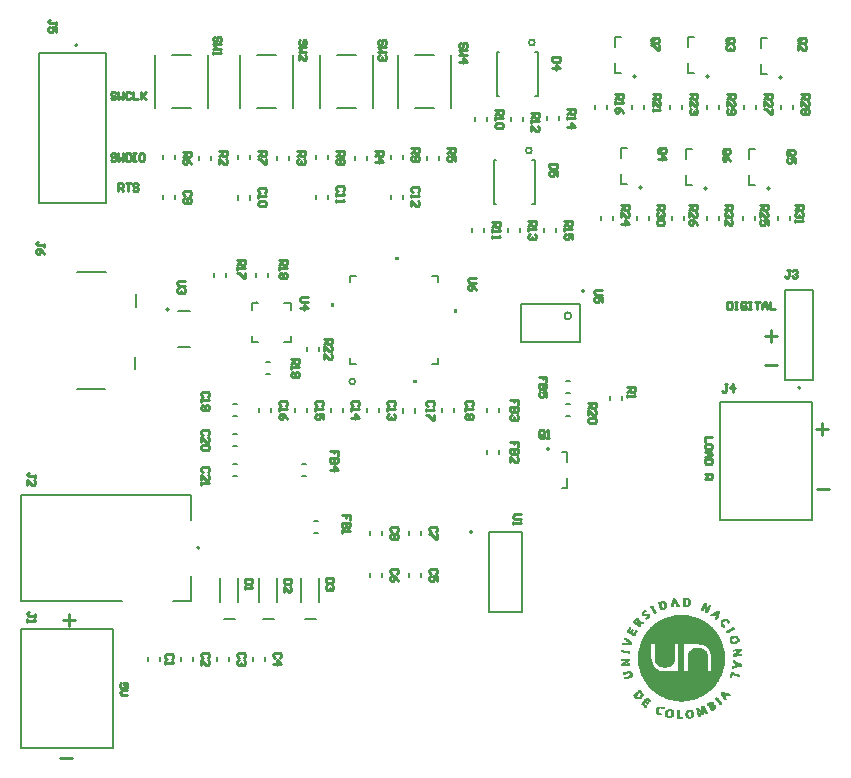
<source format=gto>
G04*
G04 #@! TF.GenerationSoftware,Altium Limited,Altium Designer,23.3.1 (30)*
G04*
G04 Layer_Color=65535*
%FSLAX44Y44*%
%MOMM*%
G71*
G04*
G04 #@! TF.SameCoordinates,313F503E-43F4-47E4-83EF-6EFAA7C5E57D*
G04*
G04*
G04 #@! TF.FilePolarity,Positive*
G04*
G01*
G75*
%ADD10C,0.1524*%
%ADD11C,0.1270*%
%ADD12C,0.2000*%
%ADD13C,0.2032*%
%ADD14C,0.1000*%
%ADD15C,0.0508*%
%ADD16C,0.2540*%
G36*
X276651Y401755D02*
Y397945D01*
X274111D01*
Y401755D01*
X276651D01*
D02*
G37*
G36*
X328255Y438359D02*
Y440899D01*
X332065D01*
Y438359D01*
X328255D01*
D02*
G37*
G36*
X343255Y336341D02*
Y333801D01*
X347065D01*
Y336341D01*
X343255D01*
D02*
G37*
G36*
X378669Y396755D02*
Y392945D01*
X381209D01*
Y396755D01*
X378669D01*
D02*
G37*
D10*
X444208Y530875D02*
G03*
X444208Y530875I-2566J0D01*
G01*
X446748Y622315D02*
G03*
X446748Y622315I-2566J0D01*
G01*
X294612Y335280D02*
G03*
X294612Y335280I-2512J0D01*
G01*
X444500Y485690D02*
X446760D01*
X444500Y522690D02*
X446760D01*
X411760D02*
X414020D01*
X411760Y485690D02*
X414020D01*
X411760D02*
Y522690D01*
X446760Y485690D02*
Y522690D01*
X447040Y577130D02*
X449300D01*
X447040Y614130D02*
X449300D01*
X414300D02*
X416560D01*
X414300Y577130D02*
X416560D01*
X414300D02*
Y614130D01*
X449300Y577130D02*
Y614130D01*
X330560Y566780D02*
Y611780D01*
X375560Y566780D02*
Y611780D01*
X345060Y566780D02*
X361060D01*
X345060Y611780D02*
X361060D01*
X264520Y566780D02*
Y611780D01*
X309520Y566780D02*
Y611780D01*
X279020Y566780D02*
X295020D01*
X279020Y611780D02*
X295020D01*
X197210Y566780D02*
Y611780D01*
X242210Y566780D02*
Y611780D01*
X211710Y566780D02*
X227710D01*
X211710Y611780D02*
X227710D01*
X124820Y566780D02*
Y611780D01*
X169820Y566780D02*
Y611780D01*
X139320Y566780D02*
X155320D01*
X139320Y611780D02*
X155320D01*
X364871Y350139D02*
Y354999D01*
X360011Y424561D02*
X364871D01*
X290449Y419701D02*
Y424561D01*
Y350139D02*
X295309D01*
X360011D02*
X364871D01*
Y419701D02*
Y424561D01*
X290449D02*
X295309D01*
X290449Y350139D02*
Y354999D01*
X11800Y25330D02*
Y125330D01*
X89800Y25330D02*
Y125330D01*
X11800Y25330D02*
X89800D01*
X11800Y125330D02*
X89800D01*
X603620Y217970D02*
X681620D01*
X603620Y317970D02*
X681620D01*
X603620Y217970D02*
Y317970D01*
X681620Y217970D02*
Y317970D01*
D11*
X393890Y207490D02*
G03*
X393890Y207490I-1250J0D01*
G01*
X532110Y593530D02*
G03*
X532110Y593530I-1250J0D01*
G01*
X537190Y499550D02*
G03*
X537190Y499550I-1250J0D01*
G01*
X645750Y498890D02*
G03*
X645750Y498890I-1250J0D01*
G01*
X592410D02*
G03*
X592410Y498890I-1250J0D01*
G01*
X655910Y592870D02*
G03*
X655910Y592870I-1250J0D01*
G01*
X594315Y593530D02*
G03*
X594315Y593530I-1250J0D01*
G01*
X163150Y194310D02*
G03*
X163150Y194310I-1250J0D01*
G01*
X477740Y390810D02*
G03*
X477740Y390810I-3000J0D01*
G01*
X488540Y412060D02*
G03*
X488540Y412060I-1250J0D01*
G01*
X459110Y278350D02*
G03*
X459110Y278350I-1250J0D01*
G01*
X454660Y461899D02*
Y465455D01*
X464820Y461899D02*
Y465455D01*
X424180Y461899D02*
Y465455D01*
X434340Y461899D02*
Y465455D01*
X393700Y461899D02*
Y465455D01*
X403860Y461899D02*
Y465455D01*
X396240Y555879D02*
Y559435D01*
X406400Y555879D02*
Y559435D01*
X457200Y556260D02*
Y559816D01*
X467360Y556260D02*
Y559816D01*
X426720Y555879D02*
Y559435D01*
X436880Y555879D02*
Y559435D01*
X249047Y148750D02*
Y168750D01*
X264040Y148750D02*
Y168750D01*
X251794Y133750D02*
X261286D01*
X213487Y148750D02*
Y168750D01*
X228480Y148750D02*
Y168750D01*
X216234Y133750D02*
X225726D01*
X180467Y148750D02*
Y168750D01*
X195460Y148750D02*
Y168750D01*
X183214Y133750D02*
X192706D01*
X407640Y140490D02*
X435640D01*
X407640Y207490D02*
X435640D01*
Y140490D02*
Y207490D01*
X407640Y140490D02*
Y207490D01*
X510540Y319278D02*
Y322834D01*
X520700Y319278D02*
Y322834D01*
X473329Y316230D02*
X476885D01*
X473329Y306070D02*
X476885D01*
X254000Y361188D02*
Y364744D01*
X264160Y361188D02*
Y364744D01*
X473075Y335280D02*
X476631D01*
X473075Y325120D02*
X476631D01*
X652780Y471805D02*
Y475361D01*
X662940Y471805D02*
Y475361D01*
X622808Y471805D02*
Y475361D01*
X632968Y471805D02*
Y475361D01*
X592836Y471805D02*
Y475361D01*
X602996Y471805D02*
Y475361D01*
X562864Y471805D02*
Y475361D01*
X573024Y471805D02*
Y475361D01*
X532892Y471805D02*
Y475361D01*
X543052Y471805D02*
Y475361D01*
X502920Y471805D02*
Y475361D01*
X513080Y471805D02*
Y475361D01*
X655320Y565785D02*
Y569341D01*
X665480Y565785D02*
Y569341D01*
X623824Y565785D02*
Y569341D01*
X633984Y565785D02*
Y569341D01*
X592328Y565785D02*
Y569341D01*
X602488Y565785D02*
Y569341D01*
X560832Y565785D02*
Y569341D01*
X570992Y565785D02*
Y569341D01*
X539496Y565785D02*
Y569341D01*
X529336Y565785D02*
Y569341D01*
X508000Y565785D02*
Y569341D01*
X497840Y565785D02*
Y569341D01*
X514360Y596030D02*
X519360D01*
X514360D02*
Y604530D01*
Y627030D02*
X519360D01*
X514360Y618530D02*
Y627030D01*
X519440Y524550D02*
Y533050D01*
X524440D01*
X519440Y502050D02*
Y510550D01*
Y502050D02*
X524440D01*
X628000Y523890D02*
Y532390D01*
X633000D01*
X628000Y501390D02*
Y509890D01*
Y501390D02*
X633000D01*
X574660Y523890D02*
Y532390D01*
X579660D01*
X574660Y501390D02*
Y509890D01*
Y501390D02*
X579660D01*
X638160Y617870D02*
Y626370D01*
X643160D01*
X638160Y595370D02*
Y603870D01*
Y595370D02*
X643160D01*
X576565Y618530D02*
Y627030D01*
X581565D01*
X576565Y596030D02*
Y604530D01*
Y596030D02*
X581565D01*
X26620Y486410D02*
X83820D01*
X26620Y613410D02*
X83820D01*
X26620Y486410D02*
Y613410D01*
X83820Y486410D02*
Y613410D01*
X271780Y489585D02*
Y493141D01*
X261620Y489585D02*
Y493141D01*
X335280Y489585D02*
Y493141D01*
X325120Y489585D02*
Y493141D01*
X205740Y489204D02*
Y492760D01*
X195580Y489204D02*
Y492760D01*
X142240Y489585D02*
Y493141D01*
X132080Y489585D02*
Y493141D01*
X335280Y523240D02*
Y526796D01*
X325120Y523240D02*
Y526796D01*
X355600Y522986D02*
Y526542D01*
X365760Y522986D02*
Y526542D01*
X294640Y522986D02*
Y526542D01*
X304800Y522986D02*
Y526542D01*
X271780Y523240D02*
Y526796D01*
X261620Y523240D02*
Y526796D01*
X162560Y522986D02*
Y526542D01*
X172720Y522986D02*
Y526542D01*
X205740Y523240D02*
Y526796D01*
X195580Y523240D02*
Y526796D01*
X228600Y522986D02*
Y526542D01*
X238760Y522986D02*
Y526542D01*
X142240Y523240D02*
Y526796D01*
X132080Y523240D02*
Y526796D01*
X259588Y217170D02*
X263144D01*
X259588Y207010D02*
X263144D01*
X317500Y205105D02*
Y208661D01*
X307340Y205105D02*
Y208661D01*
X350520Y205105D02*
Y208661D01*
X340360Y205105D02*
Y208661D01*
X317500Y169545D02*
Y173101D01*
X307340Y169545D02*
Y173101D01*
X350520Y169545D02*
Y173101D01*
X340360Y169545D02*
Y173101D01*
X119380Y98679D02*
Y102235D01*
X129540Y98679D02*
Y102235D01*
X147320Y98679D02*
Y102235D01*
X157480Y98679D02*
Y102235D01*
X208280Y98679D02*
Y102235D01*
X218440Y98679D02*
Y102235D01*
X177800Y98679D02*
Y102235D01*
X187960Y98679D02*
Y102235D01*
X155900Y149310D02*
Y170310D01*
X140400Y149310D02*
X155900D01*
X11900D02*
X97400D01*
X155900Y218310D02*
Y239310D01*
X11900Y149310D02*
Y239310D01*
X155900D01*
X416560Y273685D02*
Y277241D01*
X406400Y273685D02*
Y277241D01*
X223520Y309245D02*
Y312801D01*
X213360Y309245D02*
Y312801D01*
X254000Y309245D02*
Y312801D01*
X243840Y309245D02*
Y312801D01*
X284480Y309245D02*
Y312801D01*
X274320Y309245D02*
Y312801D01*
X314960Y309245D02*
Y312801D01*
X304800Y309245D02*
Y312801D01*
X406400Y309499D02*
Y313055D01*
X416560Y309499D02*
Y313055D01*
X378460Y309245D02*
Y312801D01*
X368300Y309245D02*
Y312801D01*
X345440Y308864D02*
Y312420D01*
X335280Y308864D02*
Y312420D01*
X249555Y255270D02*
X253111D01*
X249555Y265430D02*
X253111D01*
X191135Y255270D02*
X194691D01*
X191135Y265430D02*
X194691D01*
X191135Y280670D02*
X194691D01*
X191135Y290830D02*
X194691D01*
X191135Y306070D02*
X194691D01*
X191135Y316230D02*
X194691D01*
X434740Y368810D02*
Y400810D01*
X484740Y368810D02*
Y400810D01*
X434740Y368810D02*
X484740D01*
X434740Y400810D02*
X484740D01*
X144860Y395230D02*
X154860D01*
X144860Y364230D02*
X154860D01*
X59150Y328676D02*
X83026D01*
X107918Y345440D02*
Y355854D01*
X108680Y398526D02*
Y408940D01*
X59404Y428244D02*
X83534D01*
X219075Y351790D02*
X222631D01*
X219075Y341630D02*
X222631D01*
X210820Y423545D02*
Y427101D01*
X220980Y423545D02*
Y427101D01*
X207020Y368310D02*
X212598D01*
X207020D02*
Y373888D01*
X240020Y368310D02*
Y373888D01*
X234442Y368310D02*
X240020D01*
X234442Y401310D02*
X240020D01*
Y395732D02*
Y401310D01*
X207020Y395732D02*
Y401310D01*
X212598D01*
X175260Y423545D02*
Y427101D01*
X185420Y423545D02*
Y427101D01*
X658560Y336550D02*
X682560D01*
X658560Y412750D02*
X682560D01*
X658560Y336550D02*
Y412750D01*
X682560Y336550D02*
Y412750D01*
X474360Y244850D02*
Y253350D01*
X469360Y244850D02*
X474360D01*
Y267350D02*
Y275850D01*
X469360D02*
X474360D01*
D12*
X59420Y619910D02*
G03*
X59420Y619910I-1000J0D01*
G01*
X671560Y330050D02*
G03*
X671560Y330050I-1000J0D01*
G01*
D13*
X137140Y396240D02*
G03*
X137140Y396240I-1250J0D01*
G01*
D14*
X211320Y403310D02*
G03*
X211320Y403310I-500J0D01*
G01*
D15*
X572516Y151892D02*
X576072D01*
X576580Y149860D02*
X578104D01*
X572516Y151384D02*
X577088D01*
X572516Y150876D02*
X574040D01*
X574548D02*
X577596D01*
X572516Y150368D02*
X574040D01*
X576072D02*
X578104D01*
X572516Y149860D02*
X574040D01*
X572516Y149352D02*
X574040D01*
X576580D02*
X578104D01*
X572516Y148844D02*
X574040D01*
X576580D02*
X578104D01*
X589788Y147828D02*
X591312D01*
X593852Y146304D02*
X594868D01*
X589788Y147320D02*
X591820D01*
X589280Y146812D02*
X591820D01*
X589280Y146304D02*
X591820D01*
X588772Y145796D02*
X591820D01*
X593852D02*
X595376D01*
X588772Y145288D02*
X591820D01*
X593344D02*
X594868D01*
X588264Y144780D02*
X591820D01*
X593344D02*
X594868D01*
X563880Y151892D02*
X564896D01*
X563372Y151384D02*
X565404D01*
X563372Y150876D02*
X565404D01*
X563372Y150368D02*
X565912D01*
X562864Y149860D02*
X566420D01*
X562864Y149352D02*
X564388D01*
X564896D02*
X566420D01*
X562864Y148844D02*
X564388D01*
X564896D02*
X566928D01*
X562864Y148336D02*
X564388D01*
X565404D02*
X566928D01*
X562356Y147828D02*
X567436D01*
X562356Y147320D02*
X567436D01*
X553212Y149352D02*
X555752D01*
X551180Y147828D02*
X552704D01*
X551688Y148844D02*
X556768D01*
X551180Y148336D02*
X557276D01*
X555244Y147828D02*
X557276D01*
X551180Y147320D02*
X553212D01*
X555752D02*
X557784D01*
X551688Y146812D02*
X553212D01*
X556260D02*
X557784D01*
X551688Y146304D02*
X553212D01*
X556260D02*
X557784D01*
X551688Y145796D02*
X553720D01*
X556260D02*
X557784D01*
X572008Y146812D02*
X573532D01*
X572008Y147828D02*
X573532D01*
X572008Y147320D02*
X573532D01*
X576580D02*
X578104D01*
X576072Y146812D02*
X578104D01*
X572008Y146304D02*
X574548D01*
X575056D02*
X577596D01*
X572008Y145796D02*
X577088D01*
X572516Y145288D02*
X576072D01*
X562356Y146304D02*
X563880D01*
X562356Y146812D02*
X563880D01*
X565912D02*
X567944D01*
X566420Y146304D02*
X567944D01*
X562356Y145796D02*
X563880D01*
X566420D02*
X568452D01*
X561848Y145288D02*
X563372D01*
X566420D02*
X568452D01*
X561848Y144780D02*
X563372D01*
X544576Y145288D02*
X546100D01*
X544576Y144780D02*
X546608D01*
X552196Y145288D02*
X553720D01*
X556260D02*
X557784D01*
X552196Y144780D02*
X553720D01*
X556260D02*
X557784D01*
X544576Y144272D02*
X546608D01*
X552196D02*
X554228D01*
X555752D02*
X557784D01*
X552704Y143764D02*
X554228D01*
X555244D02*
X557276D01*
X552704Y143256D02*
X556768D01*
X552704Y142748D02*
X556260D01*
X553212Y142240D02*
X554736D01*
X572516Y148336D02*
X574040D01*
X576580D02*
X578104D01*
X576580Y147828D02*
X578104D01*
X592836Y144272D02*
X594360D01*
X588264D02*
X589788D01*
X587756Y143256D02*
X589280D01*
X590296Y144272D02*
X591820D01*
X587756Y143764D02*
X589788D01*
X590804D02*
X591820D01*
X592836D02*
X594360D01*
X590804Y143256D02*
X593852D01*
X587248Y142748D02*
X589280D01*
X590804D02*
X593852D01*
X587248Y142240D02*
X588772D01*
X590804D02*
X593852D01*
X587756Y141732D02*
X588772D01*
X590804D02*
X593344D01*
X545084Y143764D02*
X547116D01*
X546100Y142240D02*
X547624D01*
X545592Y143256D02*
X547116D01*
X545592Y142748D02*
X547624D01*
X546100Y141732D02*
X548132D01*
X546608Y141224D02*
X548640D01*
X546608Y140716D02*
X548640D01*
X547116Y140208D02*
X549148D01*
X547624Y139700D02*
X549148D01*
X547624Y139192D02*
X548640D01*
X590804Y141224D02*
X593344D01*
X590804Y140716D02*
X592836D01*
X600964Y141224D02*
X602488D01*
X599948Y140716D02*
X602996D01*
X590804Y140208D02*
X592836D01*
X598932D02*
X602488D01*
X591820Y139700D02*
X592328D01*
X598424D02*
X602488D01*
X597408Y139192D02*
X602488D01*
X596900Y138684D02*
X599440D01*
X600456D02*
X601980D01*
X595884Y138176D02*
X599948D01*
X600456D02*
X601980D01*
X539496Y141732D02*
X540004D01*
X537464Y138684D02*
X538988D01*
X538480Y141224D02*
X540512D01*
X537972Y140716D02*
X540512D01*
X537464Y140208D02*
X539496D01*
X537464Y139700D02*
X538988D01*
X537464Y139192D02*
X538480D01*
X539496Y138684D02*
X543052D01*
X537464Y138176D02*
X543052D01*
X537464Y137668D02*
X543560D01*
X542036Y137160D02*
X543560D01*
X542036Y136652D02*
X543560D01*
X542036Y136144D02*
X543560D01*
X595376Y137668D02*
X597916D01*
X564896Y137160D02*
X576072D01*
X598424Y137668D02*
X601980D01*
X595884Y137160D02*
X597408D01*
X598932D02*
X601472D01*
X562356Y136652D02*
X579120D01*
X599948D02*
X601472D01*
X560324Y136144D02*
X580644D01*
X599440D02*
X601472D01*
X558800Y135636D02*
X582676D01*
X599440D02*
X600964D01*
X557276Y135128D02*
X583692D01*
X599440D02*
X600964D01*
X541020Y135636D02*
X543052D01*
X540004Y135128D02*
X542544D01*
X540004Y134620D02*
X542036D01*
X540512Y134112D02*
X541020D01*
X551180Y132080D02*
X589788D01*
X550164Y131572D02*
X590804D01*
X604012Y132080D02*
X606044D01*
X609600D02*
X611124D01*
X604012Y131572D02*
X605536D01*
X609600D02*
X611124D01*
X549656Y131064D02*
X591312D01*
X604012D02*
X605536D01*
X610108D02*
X610616D01*
X548640Y130556D02*
X592328D01*
X604012D02*
X605536D01*
X548132Y130048D02*
X592836D01*
X604012D02*
X605536D01*
X555752Y134620D02*
X585216D01*
X554736Y134112D02*
X586232D01*
X599440Y134620D02*
X600964D01*
X599440Y134112D02*
X600456D01*
X606044D02*
X609600D01*
X553720Y133604D02*
X587248D01*
X605028D02*
X610108D01*
X552704Y133096D02*
X588264D01*
X604520D02*
X607568D01*
X608584D02*
X610616D01*
X551688Y132588D02*
X589280D01*
X604012D02*
X606552D01*
X609092D02*
X611124D01*
X532384Y134620D02*
X533908D01*
X531368Y134112D02*
X534416D01*
X530860Y133604D02*
X534924D01*
X530352Y133096D02*
X532384D01*
X532892D02*
X534924D01*
X529844Y132588D02*
X531876D01*
X533400D02*
X534924D01*
X529844Y132080D02*
X531876D01*
X533908D02*
X535940D01*
X529844Y131572D02*
X532892D01*
X533400D02*
X538480D01*
X530860Y131064D02*
X538480D01*
X531368Y130556D02*
X534416D01*
X533400Y129032D02*
X535940D01*
Y130556D02*
X537972D01*
X531876Y130048D02*
X534416D01*
X532384Y129540D02*
X535432D01*
X533908Y128524D02*
X535940D01*
X534416Y128016D02*
X535940D01*
X547624Y129540D02*
X593344D01*
X547116Y129032D02*
X593852D01*
X604012Y129540D02*
X606044D01*
X604520Y129032D02*
X606552D01*
X546100Y128524D02*
X594868D01*
X604520D02*
X607060D01*
X545592Y128016D02*
X595376D01*
X605028D02*
X607060D01*
X545084Y127508D02*
X595884D01*
X606044D02*
X606552D01*
X544576Y127000D02*
X596392D01*
X613664D02*
X614680D01*
X544068Y126492D02*
X596900D01*
X612648D02*
X615188D01*
X543052Y125476D02*
X597916D01*
X543560Y125984D02*
X597408D01*
X612140D02*
X615188D01*
X611124Y125476D02*
X614172D01*
X543052Y124968D02*
X597916D01*
X610108D02*
X613664D01*
X542544Y124460D02*
X598424D01*
X609092D02*
X612648D01*
X542036Y123952D02*
X598932D01*
X608584D02*
X611632D01*
X541528Y123444D02*
X599440D01*
X608584D02*
X611124D01*
X526288Y127000D02*
X527304D01*
X526288Y126492D02*
X527304D01*
X525780Y125984D02*
X527304D01*
X525272Y125476D02*
X527304D01*
X528828D02*
X529336D01*
X525272Y124968D02*
X526796D01*
X525272Y122936D02*
X528828D01*
X524764Y124460D02*
X526288D01*
X528320Y124968D02*
X529844D01*
X528320Y124460D02*
X529844D01*
X531368D02*
X532384D01*
X524764Y123952D02*
X527304D01*
X527812D02*
X529336D01*
X531368D02*
X532892D01*
X524764Y123444D02*
X529336D01*
X530860D02*
X532384D01*
X530860Y122936D02*
X532384D01*
X526288Y122428D02*
X529844D01*
X541020Y122936D02*
X599948D01*
X540512Y121920D02*
X600456D01*
X608584Y122936D02*
X610108D01*
X541020Y122428D02*
X599948D01*
X540004Y121412D02*
X600964D01*
X540004Y120904D02*
X600964D01*
X539496Y120396D02*
X601472D01*
X538988Y119888D02*
X601980D01*
X614172D02*
X617220D01*
X538988Y119380D02*
X601980D01*
X613156D02*
X618236D01*
X538480Y118872D02*
X602488D01*
X612140D02*
X618236D01*
X530352Y122428D02*
X531876D01*
X529336Y120904D02*
X531368D01*
X527304Y121920D02*
X531876D01*
X528320Y121412D02*
X531368D01*
X530352Y120396D02*
X530860D01*
X538480Y118364D02*
X602488D01*
X537972Y117856D02*
X602996D01*
X612140Y118364D02*
X614680D01*
X617220D02*
X618744D01*
X611632Y117856D02*
X613664D01*
X617728D02*
X618744D01*
X537972Y117348D02*
X602996D01*
X611632D02*
X613156D01*
X617728D02*
X619252D01*
X537464Y116840D02*
X603504D01*
X611632D02*
X613156D01*
X617728D02*
X619252D01*
X617728Y116332D02*
X619252D01*
X536956Y115824D02*
X604012D01*
X537464Y116332D02*
X603504D01*
X611632D02*
X613156D01*
X611632Y115824D02*
X613156D01*
X617220D02*
X619252D01*
X536956Y115316D02*
X604012D01*
X612140D02*
X613664D01*
X616204D02*
X618744D01*
X536956Y114808D02*
X604520D01*
X612140D02*
X618236D01*
X536448Y114300D02*
X604520D01*
X612648D02*
X617728D01*
X520700Y112776D02*
X524256D01*
X522224Y118364D02*
X523240D01*
X522224Y117856D02*
X524256D01*
X522224Y117348D02*
X524764D01*
X522732Y116840D02*
X525272D01*
X523748Y116332D02*
X526288D01*
X524256Y115824D02*
X526796D01*
X524764Y115316D02*
X527304D01*
X525780Y114808D02*
X528320D01*
X525272Y114300D02*
X528320D01*
X520700Y113792D02*
X528320D01*
X520700Y113284D02*
X528320D01*
X613156Y113792D02*
X617220D01*
X536448D02*
X604520D01*
X548132Y111760D02*
X564896D01*
X567944D02*
X572516D01*
X590804D02*
X605536D01*
X535940Y113284D02*
X544576D01*
X548132D02*
X564896D01*
X567944D02*
X572516D01*
X585724D02*
X605028D01*
X535940Y112776D02*
X544576D01*
X548132D02*
X564896D01*
X567944D02*
X572516D01*
X588264D02*
X605028D01*
X535940Y112268D02*
X544576D01*
X548132D02*
X564896D01*
X567944D02*
X572516D01*
X589788D02*
X605028D01*
X535432Y111760D02*
X544576D01*
X535432Y111252D02*
X544576D01*
X548132D02*
X564896D01*
X567944D02*
X572516D01*
X535432Y110744D02*
X544576D01*
X548132D02*
X564896D01*
X567944D02*
X572516D01*
X548132Y110236D02*
X564896D01*
X567944D02*
X572516D01*
X548132Y109728D02*
X564896D01*
X567944D02*
X572516D01*
X548132Y109220D02*
X564896D01*
X567944D02*
X572516D01*
X535432Y110236D02*
X544576D01*
X534924Y108712D02*
X544576D01*
X534924Y109728D02*
X544576D01*
X534924Y109220D02*
X544576D01*
X534924Y108204D02*
X544576D01*
X519684Y107696D02*
X521208D01*
X534924D02*
X544576D01*
X519684Y107188D02*
X525780D01*
X534416D02*
X544576D01*
X519684Y106680D02*
X526796D01*
X534416D02*
X544576D01*
X521208Y106172D02*
X526796D01*
X534416D02*
X544576D01*
X548132Y108712D02*
X564896D01*
X548132Y107696D02*
X564896D01*
X567944Y108712D02*
X572516D01*
X548132Y108204D02*
X564896D01*
X567944D02*
X572516D01*
X567944Y107696D02*
X572516D01*
X548132Y107188D02*
X564896D01*
X567944D02*
X572516D01*
X548132Y106680D02*
X564896D01*
X567944D02*
X572516D01*
X548132Y106172D02*
X564896D01*
X567944D02*
X572516D01*
X548132Y105664D02*
X564896D01*
X525780D02*
X526796D01*
X534416Y104648D02*
X544576D01*
X534416Y105664D02*
X544576D01*
X534416Y105156D02*
X544576D01*
X534416Y104140D02*
X544576D01*
X534416Y103632D02*
X544576D01*
X534416Y103124D02*
X544576D01*
X534416Y102616D02*
X544576D01*
X534416Y102108D02*
X544576D01*
X534416Y101600D02*
X544576D01*
X534416Y101092D02*
X544576D01*
X534416Y100584D02*
X545084D01*
X534416Y100076D02*
X545084D01*
X567944Y105664D02*
X572516D01*
X548132Y104648D02*
X564896D01*
X548132Y105156D02*
X564896D01*
X567944D02*
X572516D01*
X567944Y104648D02*
X572516D01*
X548132Y104140D02*
X564896D01*
X567944D02*
X572516D01*
X548132Y103632D02*
X564896D01*
X567944D02*
X572516D01*
X548132Y103124D02*
X564896D01*
X567944D02*
X572516D01*
X548132Y102616D02*
X564896D01*
X567944D02*
X572516D01*
X548132Y102108D02*
X564896D01*
X548132Y101600D02*
X564896D01*
X567944Y102108D02*
X572516D01*
X567944Y101600D02*
X572516D01*
X576072D02*
X592836D01*
X595884D02*
X607060D01*
X576072Y101092D02*
X592836D01*
X595884D02*
X607060D01*
X576072Y100584D02*
X592836D01*
X595884D02*
X607060D01*
X576072Y100076D02*
X592836D01*
X595884D02*
X606552D01*
X576072Y99568D02*
X592836D01*
X576072Y98044D02*
X592836D01*
X576072Y98552D02*
X592836D01*
X595884D02*
X606552D01*
X614172D02*
X616204D01*
X595884Y98044D02*
X606552D01*
X614172D02*
X617220D01*
X576072Y97536D02*
X592836D01*
X595884D02*
X606552D01*
X614680D02*
X618236D01*
X576072Y97028D02*
X592836D01*
X576072Y96012D02*
X592836D01*
X595884Y97028D02*
X606552D01*
X615696D02*
X619252D01*
X576072Y96520D02*
X592836D01*
X595884D02*
X606552D01*
X616204D02*
X620268D01*
X595884Y96012D02*
X606552D01*
X616204D02*
X617220D01*
X618236D02*
X621284D01*
X576072Y95504D02*
X592836D01*
X576072Y94996D02*
X592836D01*
X595884Y95504D02*
X606552D01*
X616204D02*
X617220D01*
X618744D02*
X621284D01*
X595884Y94996D02*
X606552D01*
X616204D02*
X621284D01*
X576072Y94488D02*
X592836D01*
X595884D02*
X606044D01*
X614172D02*
X621284D01*
X576072Y93980D02*
X592836D01*
X576072Y92964D02*
X592836D01*
X595884Y93980D02*
X606044D01*
X613664D02*
X619252D01*
X576072Y93472D02*
X592836D01*
X595884D02*
X606044D01*
X613664D02*
X616712D01*
X595884Y92964D02*
X606044D01*
X613664D02*
X614680D01*
X576072Y92456D02*
X592836D01*
X595884D02*
X605536D01*
X614680Y99060D02*
X615188D01*
X595884Y99568D02*
X606552D01*
X576072Y99060D02*
X592836D01*
X595884D02*
X606552D01*
X591820Y111252D02*
X605536D01*
X593344Y109728D02*
X606044D01*
X592328Y110744D02*
X605536D01*
X592836Y110236D02*
X605536D01*
X582676Y109728D02*
X586232D01*
X580644Y109220D02*
X587756D01*
X593852D02*
X606044D01*
X579628Y108712D02*
X588772D01*
X593852D02*
X606044D01*
X616204D02*
X621284D01*
X594360Y108204D02*
X606044D01*
X614172D02*
X621284D01*
X594868Y107696D02*
X606044D01*
X579120Y108204D02*
X589788D01*
X578104Y107188D02*
X590804D01*
X578612Y107696D02*
X590296D01*
X614172D02*
X621284D01*
X594868Y107188D02*
X606552D01*
X614172D02*
X614680D01*
X618236D02*
X620268D01*
X577596Y106680D02*
X591312D01*
X595376D02*
X606552D01*
X617220D02*
X619760D01*
X577088Y106172D02*
X591312D01*
X576580Y105156D02*
X591820D01*
X595376Y106172D02*
X606552D01*
X616712D02*
X619252D01*
X577088Y105664D02*
X591820D01*
X595376D02*
X606552D01*
X616204D02*
X618744D01*
X595884Y105156D02*
X606552D01*
X615696D02*
X617728D01*
X576580Y104648D02*
X592328D01*
X576072Y103632D02*
X592328D01*
X595884Y104648D02*
X606552D01*
X614680D02*
X617220D01*
X618744D02*
X621284D01*
X576580Y104140D02*
X592328D01*
X595884D02*
X606552D01*
X614172D02*
X621284D01*
X595884Y103632D02*
X606552D01*
X614172D02*
X621284D01*
X576072Y102108D02*
X592836D01*
X576072Y103124D02*
X592836D01*
X595884D02*
X606552D01*
X614680D02*
X617220D01*
X576072Y102616D02*
X592836D01*
X595884D02*
X606552D01*
X595884Y102108D02*
X607060D01*
X553212Y93980D02*
X559816D01*
X552196Y94488D02*
X560832D01*
X567944D02*
X572516D01*
X567944Y93980D02*
X572516D01*
X555244Y93472D02*
X557784D01*
X567944D02*
X572516D01*
X567944Y92964D02*
X572516D01*
X567944Y92456D02*
X572516D01*
X567944Y91948D02*
X572516D01*
X567944Y91440D02*
X572516D01*
X567944Y90932D02*
X572516D01*
X567944Y90424D02*
X572516D01*
X548132Y101092D02*
X564896D01*
X548132Y100076D02*
X564896D01*
X567944Y101092D02*
X572516D01*
X548132Y100584D02*
X564896D01*
X567944D02*
X572516D01*
X567944Y100076D02*
X572516D01*
X548640Y99568D02*
X564388D01*
X567944D02*
X572516D01*
X548640Y99060D02*
X564388D01*
X567944D02*
X572516D01*
X548640Y98552D02*
X564388D01*
X567944D02*
X572516D01*
X548640Y98044D02*
X563880D01*
X521208Y100584D02*
X526288D01*
X519684Y99568D02*
X526796D01*
X519684Y100076D02*
X526796D01*
X534416Y99568D02*
X545084D01*
X523240Y99060D02*
X525780D01*
X534416D02*
X545084D01*
X534416Y98552D02*
X545084D01*
X534416Y98044D02*
X545084D01*
X534416Y97536D02*
X545592D01*
X534416Y97028D02*
X545592D01*
X534416Y96520D02*
X545592D01*
X534416Y96012D02*
X546100D01*
X534416Y95504D02*
X546100D01*
X567944Y98044D02*
X572516D01*
X549656Y97028D02*
X563372D01*
X549148Y97536D02*
X563880D01*
X567944D02*
X572516D01*
X567944Y97028D02*
X572516D01*
X549656Y96520D02*
X563372D01*
X567944D02*
X572516D01*
X550164Y96012D02*
X562864D01*
X567944D02*
X572516D01*
X550672Y95504D02*
X562356D01*
X567944D02*
X572516D01*
X551180Y94996D02*
X561340D01*
X567944D02*
X572516D01*
X522732Y98552D02*
X525272D01*
X520192Y96520D02*
X522732D01*
X522224Y98044D02*
X524764D01*
X521208Y97536D02*
X523748D01*
X520700Y97028D02*
X523240D01*
X524764Y96520D02*
X526796D01*
X519684Y96012D02*
X526796D01*
X519684Y95504D02*
X526796D01*
X519684Y94996D02*
X522732D01*
X534924Y93472D02*
X547624D01*
X534924Y94996D02*
X546608D01*
X534924Y94488D02*
X547116D01*
X534924Y93980D02*
X547116D01*
X534924Y92964D02*
X548132D01*
X535432Y92456D02*
X548640D01*
X535432Y91948D02*
X549656D01*
X535432Y91440D02*
X550164D01*
X535432Y90932D02*
X551180D01*
X535940Y90424D02*
X552704D01*
X527304Y87376D02*
X528828D01*
X524764Y89916D02*
X527304D01*
X522732Y89408D02*
X528320D01*
X521208Y88900D02*
X528320D01*
X521208Y88392D02*
X524764D01*
X526796D02*
X528828D01*
X521208Y87884D02*
X523240D01*
X527304D02*
X528828D01*
X527304Y86868D02*
X528828D01*
X526796Y86360D02*
X528828D01*
X525272Y85852D02*
X528828D01*
X523748Y85344D02*
X528320D01*
X522224Y84836D02*
X527304D01*
X522224Y84328D02*
X525780D01*
X522224Y83820D02*
X523748D01*
X576072Y91948D02*
X592836D01*
X576072Y90932D02*
X592836D01*
X595884Y91948D02*
X605536D01*
X576072Y91440D02*
X592836D01*
X595884D02*
X605536D01*
X595884Y90932D02*
X605536D01*
X576072Y90424D02*
X592836D01*
X595884D02*
X605028D01*
X535940Y89916D02*
X605028D01*
X535940Y89408D02*
X605028D01*
X536448Y88900D02*
X604520D01*
X612648D02*
X614172D01*
X536448Y88392D02*
X604520D01*
X541020Y79756D02*
X599948D01*
X542544Y78232D02*
X598932D01*
X541528Y79248D02*
X599440D01*
X542036Y78740D02*
X598932D01*
X542544Y77724D02*
X598424D01*
X543052Y77216D02*
X597916D01*
X543560Y76708D02*
X597408D01*
X544068Y76200D02*
X596900D01*
X544576Y75692D02*
X596392D01*
X545084Y75184D02*
X595884D01*
X545592Y74676D02*
X595376D01*
X546100Y74168D02*
X594868D01*
X546608Y73660D02*
X594360D01*
X612648Y88392D02*
X615696D01*
X536956Y87376D02*
X604012D01*
X536448Y87884D02*
X604520D01*
X612140D02*
X617220D01*
X612140Y87376D02*
X618744D01*
X536956Y86868D02*
X604012D01*
X612140D02*
X613664D01*
X615188D02*
X619252D01*
X537464Y86360D02*
X603504D01*
X611632D02*
X613156D01*
X616712D02*
X619252D01*
X537464Y85852D02*
X603504D01*
X611632D02*
X613156D01*
X618236D02*
X619252D01*
X537972Y84836D02*
X602996D01*
X537972Y85344D02*
X602996D01*
X611632D02*
X613156D01*
X538480Y84328D02*
X602488D01*
X538480Y83820D02*
X602488D01*
X538988Y83312D02*
X601980D01*
X538988Y82804D02*
X601980D01*
X539496Y82296D02*
X601472D01*
X540004Y81788D02*
X601472D01*
X540004Y81280D02*
X600964D01*
X540512Y80772D02*
X600456D01*
X541020Y80264D02*
X600456D01*
X547624Y73152D02*
X593344D01*
X604520Y72644D02*
X606044D01*
X548132D02*
X592836D01*
X548640Y72136D02*
X592328D01*
X604012D02*
X607060D01*
X549656Y71628D02*
X591820D01*
X604012D02*
X608584D01*
X550164Y71120D02*
X590804D01*
X604012D02*
X610108D01*
X550672Y70612D02*
X590296D01*
X604520D02*
X606044D01*
X607060D02*
X611124D01*
X534416Y73660D02*
X535940D01*
X533400Y72644D02*
X536956D01*
X533908Y73152D02*
X536448D01*
X532384Y72136D02*
X534924D01*
X535432D02*
X536956D01*
X535940Y71628D02*
X537464D01*
X535940Y71120D02*
X537464D01*
X536448Y70612D02*
X537972D01*
X536448Y70104D02*
X537972D01*
X535940Y69596D02*
X537972D01*
X535940Y69088D02*
X537464D01*
X535432Y68580D02*
X537464D01*
X534416Y68072D02*
X536956D01*
X551688Y70104D02*
X589280D01*
X552704Y69596D02*
X588264D01*
X604520Y70104D02*
X606552D01*
X607060D02*
X611632D01*
X605028Y69596D02*
X608584D01*
X609600D02*
X611124D01*
X553720Y69088D02*
X587248D01*
X605028D02*
X608076D01*
X554736Y68580D02*
X586740D01*
X605536D02*
X607568D01*
X555752Y68072D02*
X585216D01*
X599948D02*
X600456D01*
X606044D02*
X607568D01*
X530352Y69088D02*
X531876D01*
X531368Y71120D02*
X533908D01*
X531876Y71628D02*
X534416D01*
X530860Y70612D02*
X533400D01*
X530352Y70104D02*
X532892D01*
X529844Y69596D02*
X532384D01*
X530860Y68580D02*
X532384D01*
X530860Y68072D02*
X533400D01*
X531368Y67564D02*
X536448D01*
X532384Y67056D02*
X535940D01*
X541020Y67564D02*
X541528D01*
X540512Y67056D02*
X542544D01*
X540004Y66548D02*
X543052D01*
X539496Y66040D02*
X543560D01*
X539496Y65532D02*
X541528D01*
X542036D02*
X544576D01*
X538988Y65024D02*
X541020D01*
X542544D02*
X544576D01*
X538480Y64516D02*
X541020D01*
X543052D02*
X544068D01*
X537972Y64008D02*
X541528D01*
X556768Y67564D02*
X584200D01*
X558292Y67056D02*
X582676D01*
X559816Y66548D02*
X581152D01*
X561340Y66040D02*
X579628D01*
X563880Y65532D02*
X577088D01*
X568452Y65024D02*
X572516D01*
X599440Y67564D02*
X600964D01*
X601472Y64516D02*
X603504D01*
X606044Y67564D02*
X608076D01*
X598932Y67056D02*
X601472D01*
X606552D02*
X608076D01*
X599440Y66548D02*
X601472D01*
X606552D02*
X608584D01*
X599948Y66040D02*
X601980D01*
X607060D02*
X608076D01*
X600456Y65532D02*
X602488D01*
X600964Y65024D02*
X602996D01*
X601472Y64008D02*
X604012D01*
X601980Y63500D02*
X604520D01*
X594360Y64008D02*
X596900D01*
X592836Y62992D02*
X597408D01*
X593852Y63500D02*
X597408D01*
X602488Y62992D02*
X604520D01*
X592328Y62484D02*
X594360D01*
X595884D02*
X597408D01*
X602996D02*
X604520D01*
X592836Y61976D02*
X594868D01*
X596392D02*
X597408D01*
X592836Y61468D02*
X594868D01*
X595884D02*
X598932D01*
X593344Y60960D02*
X599440D01*
X593852Y60452D02*
X596900D01*
X537464Y63500D02*
X542544D01*
X536956Y62484D02*
X538988D01*
X537464Y62992D02*
X539496D01*
X540512D02*
X542544D01*
X541528Y62484D02*
X542036D01*
X536956Y61976D02*
X539496D01*
X537972Y61468D02*
X540004D01*
X538480Y60960D02*
X541020D01*
X538988Y60452D02*
X541020D01*
X539496Y59944D02*
X540512D01*
X559816Y57912D02*
X561848D01*
X567436Y56896D02*
X568960D01*
X558292Y57404D02*
X562864D01*
X557784Y56896D02*
X563372D01*
X557784Y56388D02*
X559816D01*
X561848D02*
X563880D01*
X567436D02*
X568960D01*
X567436Y55880D02*
X568960D01*
X567436Y55372D02*
X568960D01*
X567436Y54864D02*
X568960D01*
X567436Y54356D02*
X568960D01*
X567436Y53848D02*
X568960D01*
X567436Y53340D02*
X568960D01*
X597916Y60452D02*
X599440D01*
X593852Y59944D02*
X595884D01*
X597916D02*
X599440D01*
X594360Y59436D02*
X596392D01*
X597916D02*
X599440D01*
X594868Y58928D02*
X596900D01*
X597408D02*
X599440D01*
X594868Y58420D02*
X598932D01*
X595376Y57912D02*
X598424D01*
X595884Y57404D02*
X597408D01*
X595884Y56896D02*
X596900D01*
X587756Y60452D02*
X589788D01*
X583692Y58928D02*
X584708D01*
X587756Y59944D02*
X589788D01*
X587756Y59436D02*
X590296D01*
X587756Y58928D02*
X590296D01*
X583184Y58420D02*
X585216D01*
X587756D02*
X590804D01*
X583184Y57912D02*
X585724D01*
X587756D02*
X590804D01*
X583692Y57404D02*
X586232D01*
X587756D02*
X591312D01*
X583692Y56896D02*
X586740D01*
X587756D02*
X589280D01*
X549148D02*
X550672D01*
X549656Y57912D02*
X551180D01*
Y59944D02*
X554736D01*
X550164Y59436D02*
X555752D01*
X550164Y58928D02*
X552196D01*
X553720D02*
X555752D01*
X549656Y58420D02*
X551688D01*
X554228D02*
X555752D01*
X549148Y57404D02*
X551180D01*
X549148Y56388D02*
X550672D01*
X549148Y55880D02*
X550672D01*
X549148Y55372D02*
X551180D01*
X549656Y54864D02*
X551688D01*
X549656Y54356D02*
X552704D01*
X550164Y53848D02*
X553720D01*
X551180Y53340D02*
X553720D01*
X589788Y56896D02*
X591312D01*
X590296Y55880D02*
X591820D01*
X583692Y56388D02*
X587248D01*
X587756D02*
X589280D01*
X589788D02*
X591820D01*
X583692Y55880D02*
X585216D01*
X585724D02*
X589280D01*
X586232Y55372D02*
X589280D01*
X590296D02*
X592328D01*
X586232Y54864D02*
X589280D01*
X590804D02*
X592328D01*
X586740Y54356D02*
X589280D01*
X590804D02*
X591820D01*
X587248Y53848D02*
X589280D01*
X587756Y53340D02*
X589280D01*
X576580Y57404D02*
X578612D01*
X575056Y56388D02*
X580136D01*
X575564Y56896D02*
X579628D01*
X578104Y55880D02*
X580136D01*
X578612Y55372D02*
X580644D01*
X579120Y54864D02*
X580644D01*
X579120Y54356D02*
X580644D01*
X579120Y53848D02*
X580644D01*
X579120Y53340D02*
X580644D01*
X579120Y52832D02*
X580644D01*
X579120Y52324D02*
X580644D01*
X578612Y51816D02*
X580136D01*
X575056Y51308D02*
X580136D01*
X575056Y50800D02*
X579628D01*
X576072Y50292D02*
X578104D01*
X557276Y54356D02*
X558800D01*
X557276Y55880D02*
X559308D01*
X557276Y55372D02*
X558800D01*
X557276Y54864D02*
X558800D01*
X557276Y53848D02*
X558800D01*
X557276Y53340D02*
X558800D01*
X557276Y52832D02*
X558800D01*
X557276Y52324D02*
X559816D01*
X562356Y53848D02*
X563880D01*
X561848Y55880D02*
X563880D01*
X562356Y55372D02*
X563880D01*
X562356Y54864D02*
X563880D01*
X562356Y54356D02*
X563880D01*
X561848Y53340D02*
X563880D01*
X561848Y52832D02*
X563372D01*
X561340Y52324D02*
X563372D01*
X584200Y53848D02*
X585724D01*
X584200Y55372D02*
X585216D01*
X584200Y54864D02*
X585724D01*
X584200Y54356D02*
X585724D01*
X584708Y53340D02*
X586232D01*
X584708Y52832D02*
X586232D01*
X584708Y52324D02*
X586232D01*
X574040Y52832D02*
X576072D01*
X574548Y55880D02*
X576072D01*
X574548Y55372D02*
X576072D01*
X574040Y54864D02*
X575564D01*
X574040Y54356D02*
X575564D01*
X574040Y53848D02*
X575564D01*
X574040Y53340D02*
X575564D01*
X574548Y52324D02*
X576072D01*
X574548Y51816D02*
X576580D01*
X557784D02*
X562864D01*
X567436Y52832D02*
X568960D01*
X567436Y52324D02*
X568960D01*
X567436Y51816D02*
X568960D01*
X558292Y51308D02*
X562356D01*
X567436D02*
X568960D01*
X567436Y50800D02*
X571500D01*
X567436Y50292D02*
X571500D01*
D16*
X471806Y471485D02*
X478154D01*
Y468311D01*
X477096Y467253D01*
X474980D01*
X473922Y468311D01*
Y471485D01*
Y469369D02*
X471806Y467253D01*
Y465137D02*
Y463021D01*
Y464079D01*
X478154D01*
X477096Y465137D01*
X478154Y455615D02*
Y459847D01*
X474980D01*
X476038Y457731D01*
Y456673D01*
X474980Y455615D01*
X472864D01*
X471806Y456673D01*
Y458789D01*
X472864Y459847D01*
X441326Y471485D02*
X447674D01*
Y468311D01*
X446616Y467253D01*
X444500D01*
X443442Y468311D01*
Y471485D01*
Y469369D02*
X441326Y467253D01*
Y465137D02*
Y463021D01*
Y464079D01*
X447674D01*
X446616Y465137D01*
Y459847D02*
X447674Y458789D01*
Y456673D01*
X446616Y455615D01*
X445558D01*
X444500Y456673D01*
Y457731D01*
Y456673D01*
X443442Y455615D01*
X442384D01*
X441326Y456673D01*
Y458789D01*
X442384Y459847D01*
X410846Y470427D02*
X417194D01*
Y467253D01*
X416136Y466195D01*
X414020D01*
X412962Y467253D01*
Y470427D01*
Y468311D02*
X410846Y466195D01*
Y464079D02*
Y461963D01*
Y463021D01*
X417194D01*
X416136Y464079D01*
X410846Y458789D02*
Y456673D01*
Y457731D01*
X417194D01*
X416136Y458789D01*
X465454Y519640D02*
X459106D01*
Y516466D01*
X460164Y515408D01*
X464396D01*
X465454Y516466D01*
Y519640D01*
Y509060D02*
Y513292D01*
X462280D01*
X463338Y511176D01*
Y510118D01*
X462280Y509060D01*
X460164D01*
X459106Y510118D01*
Y512234D01*
X460164Y513292D01*
X443866Y562925D02*
X450214D01*
Y559751D01*
X449156Y558693D01*
X447040D01*
X445982Y559751D01*
Y562925D01*
Y560809D02*
X443866Y558693D01*
Y556577D02*
Y554461D01*
Y555519D01*
X450214D01*
X449156Y556577D01*
X443866Y547055D02*
Y551287D01*
X448098Y547055D01*
X449156D01*
X450214Y548113D01*
Y550229D01*
X449156Y551287D01*
X413386Y565465D02*
X419734D01*
Y562291D01*
X418676Y561233D01*
X416560D01*
X415502Y562291D01*
Y565465D01*
Y563349D02*
X413386Y561233D01*
Y559117D02*
Y557001D01*
Y558059D01*
X419734D01*
X418676Y559117D01*
Y553827D02*
X419734Y552769D01*
Y550653D01*
X418676Y549595D01*
X414444D01*
X413386Y550653D01*
Y552769D01*
X414444Y553827D01*
X418676D01*
X474346Y565846D02*
X480694D01*
Y562672D01*
X479636Y561614D01*
X477520D01*
X476462Y562672D01*
Y565846D01*
Y563730D02*
X474346Y561614D01*
Y559498D02*
Y557382D01*
Y558440D01*
X480694D01*
X479636Y559498D01*
X474346Y551034D02*
X480694D01*
X477520Y554208D01*
Y549976D01*
X467994Y609810D02*
X461646D01*
Y606636D01*
X462704Y605578D01*
X466936D01*
X467994Y606636D01*
Y609810D01*
X461646Y600288D02*
X467994D01*
X464820Y603462D01*
Y599230D01*
X101598Y75778D02*
Y80010D01*
X98424D01*
X99482Y77894D01*
Y76836D01*
X98424Y75778D01*
X96308D01*
X95250Y76836D01*
Y78952D01*
X96308Y80010D01*
X101598Y73662D02*
X97366D01*
X95250Y71546D01*
X97366Y69430D01*
X101598D01*
X596898Y288290D02*
X590550D01*
Y284058D01*
X596898Y278768D02*
Y280884D01*
X595840Y281942D01*
X591608D01*
X590550Y280884D01*
Y278768D01*
X591608Y277710D01*
X595840D01*
X596898Y278768D01*
X590550Y275594D02*
X594782D01*
X596898Y273478D01*
X594782Y271362D01*
X590550D01*
X593724D01*
Y275594D01*
X596898Y269246D02*
X590550D01*
Y266072D01*
X591608Y265014D01*
X595840D01*
X596898Y266072D01*
Y269246D01*
X590550Y256550D02*
X596898D01*
Y253376D01*
X595840Y252318D01*
X593724D01*
X592666Y253376D01*
Y256550D01*
Y254434D02*
X590550Y252318D01*
X609600Y402588D02*
Y396240D01*
X612774D01*
X613832Y397298D01*
Y401530D01*
X612774Y402588D01*
X609600D01*
X615948D02*
X618064D01*
X617006D01*
Y396240D01*
X615948D01*
X618064D01*
X625470Y401530D02*
X624412Y402588D01*
X622296D01*
X621238Y401530D01*
Y397298D01*
X622296Y396240D01*
X624412D01*
X625470Y397298D01*
Y399414D01*
X623354D01*
X627586Y402588D02*
X629702D01*
X628644D01*
Y396240D01*
X627586D01*
X629702D01*
X632876Y402588D02*
X637108D01*
X634992D01*
Y396240D01*
X639224D02*
Y400472D01*
X641340Y402588D01*
X643456Y400472D01*
Y396240D01*
Y399414D01*
X639224D01*
X645572Y402588D02*
Y396240D01*
X649804D01*
X91862Y579330D02*
X90804Y580388D01*
X88688D01*
X87630Y579330D01*
Y578272D01*
X88688Y577214D01*
X90804D01*
X91862Y576156D01*
Y575098D01*
X90804Y574040D01*
X88688D01*
X87630Y575098D01*
X93978Y580388D02*
Y574040D01*
X96094Y576156D01*
X98210Y574040D01*
Y580388D01*
X104558Y579330D02*
X103500Y580388D01*
X101384D01*
X100326Y579330D01*
Y575098D01*
X101384Y574040D01*
X103500D01*
X104558Y575098D01*
X106674Y580388D02*
Y574040D01*
X110906D01*
X113022Y580388D02*
Y574040D01*
Y576156D01*
X117254Y580388D01*
X114080Y577214D01*
X117254Y574040D01*
X91862Y527260D02*
X90804Y528318D01*
X88688D01*
X87630Y527260D01*
Y526202D01*
X88688Y525144D01*
X90804D01*
X91862Y524086D01*
Y523028D01*
X90804Y521970D01*
X88688D01*
X87630Y523028D01*
X93978Y528318D02*
Y521970D01*
X96094Y524086D01*
X98210Y521970D01*
Y528318D01*
X100326D02*
Y521970D01*
X103500D01*
X104558Y523028D01*
Y527260D01*
X103500Y528318D01*
X100326D01*
X106674D02*
X108790D01*
X107732D01*
Y521970D01*
X106674D01*
X108790D01*
X115138Y528318D02*
X113022D01*
X111964Y527260D01*
Y523028D01*
X113022Y521970D01*
X115138D01*
X116196Y523028D01*
Y527260D01*
X115138Y528318D01*
X93980Y496570D02*
Y502918D01*
X97154D01*
X98212Y501860D01*
Y499744D01*
X97154Y498686D01*
X93980D01*
X96096D02*
X98212Y496570D01*
X100328Y502918D02*
X104560D01*
X102444D01*
Y496570D01*
X110908Y501860D02*
X109850Y502918D01*
X107734D01*
X106676Y501860D01*
Y500802D01*
X107734Y499744D01*
X109850D01*
X110908Y498686D01*
Y497628D01*
X109850Y496570D01*
X107734D01*
X106676Y497628D01*
X46990Y133348D02*
X57147D01*
X52068Y138427D02*
Y128270D01*
X44450Y16510D02*
X54607D01*
X641350Y349250D02*
X651507D01*
X641350Y373378D02*
X651507D01*
X646428Y378457D02*
Y368300D01*
X685800Y243840D02*
X695957D01*
X684530Y294638D02*
X694687D01*
X689608Y299717D02*
Y289560D01*
X607442Y484714D02*
X613790D01*
Y481540D01*
X612732Y480482D01*
X610616D01*
X609558Y481540D01*
Y484714D01*
Y482598D02*
X607442Y480482D01*
X612732Y478366D02*
X613790Y477308D01*
Y475192D01*
X612732Y474134D01*
X611674D01*
X610616Y475192D01*
Y476250D01*
Y475192D01*
X609558Y474134D01*
X608500D01*
X607442Y475192D01*
Y477308D01*
X608500Y478366D01*
X607442Y467786D02*
Y472018D01*
X611674Y467786D01*
X612732D01*
X613790Y468844D01*
Y470960D01*
X612732Y472018D01*
X667386Y484714D02*
X673734D01*
Y481540D01*
X672676Y480482D01*
X670560D01*
X669502Y481540D01*
Y484714D01*
Y482598D02*
X667386Y480482D01*
X672676Y478366D02*
X673734Y477308D01*
Y475192D01*
X672676Y474134D01*
X671618D01*
X670560Y475192D01*
Y476250D01*
Y475192D01*
X669502Y474134D01*
X668444D01*
X667386Y475192D01*
Y477308D01*
X668444Y478366D01*
X667386Y472018D02*
Y469902D01*
Y470960D01*
X673734D01*
X672676Y472018D01*
X550038Y484714D02*
X556386D01*
Y481540D01*
X555328Y480482D01*
X553212D01*
X552154Y481540D01*
Y484714D01*
Y482598D02*
X550038Y480482D01*
X555328Y478366D02*
X556386Y477308D01*
Y475192D01*
X555328Y474134D01*
X554270D01*
X553212Y475192D01*
Y476250D01*
Y475192D01*
X552154Y474134D01*
X551096D01*
X550038Y475192D01*
Y477308D01*
X551096Y478366D01*
X555328Y472018D02*
X556386Y470960D01*
Y468844D01*
X555328Y467786D01*
X551096D01*
X550038Y468844D01*
Y470960D01*
X551096Y472018D01*
X555328D01*
X609474Y578694D02*
X615822D01*
Y575520D01*
X614764Y574462D01*
X612648D01*
X611590Y575520D01*
Y578694D01*
Y576578D02*
X609474Y574462D01*
Y568114D02*
Y572346D01*
X613706Y568114D01*
X614764D01*
X615822Y569172D01*
Y571288D01*
X614764Y572346D01*
X610532Y565998D02*
X609474Y564940D01*
Y562824D01*
X610532Y561766D01*
X614764D01*
X615822Y562824D01*
Y564940D01*
X614764Y565998D01*
X613706D01*
X612648Y564940D01*
Y561766D01*
X672466Y578694D02*
X678814D01*
Y575520D01*
X677756Y574462D01*
X675640D01*
X674582Y575520D01*
Y578694D01*
Y576578D02*
X672466Y574462D01*
Y568114D02*
Y572346D01*
X676698Y568114D01*
X677756D01*
X678814Y569172D01*
Y571288D01*
X677756Y572346D01*
Y565998D02*
X678814Y564940D01*
Y562824D01*
X677756Y561766D01*
X676698D01*
X675640Y562824D01*
X674582Y561766D01*
X673524D01*
X672466Y562824D01*
Y564940D01*
X673524Y565998D01*
X674582D01*
X675640Y564940D01*
X676698Y565998D01*
X677756D01*
X675640Y564940D02*
Y562824D01*
X640970Y578694D02*
X647318D01*
Y575520D01*
X646260Y574462D01*
X644144D01*
X643086Y575520D01*
Y578694D01*
Y576578D02*
X640970Y574462D01*
Y568114D02*
Y572346D01*
X645202Y568114D01*
X646260D01*
X647318Y569172D01*
Y571288D01*
X646260Y572346D01*
X647318Y565998D02*
Y561766D01*
X646260D01*
X642028Y565998D01*
X640970D01*
X577470Y484714D02*
X583818D01*
Y481540D01*
X582760Y480482D01*
X580644D01*
X579586Y481540D01*
Y484714D01*
Y482598D02*
X577470Y480482D01*
Y474134D02*
Y478366D01*
X581702Y474134D01*
X582760D01*
X583818Y475192D01*
Y477308D01*
X582760Y478366D01*
X583818Y467786D02*
X582760Y469902D01*
X580644Y472018D01*
X578528D01*
X577470Y470960D01*
Y468844D01*
X578528Y467786D01*
X579586D01*
X580644Y468844D01*
Y472018D01*
X637414Y484714D02*
X643762D01*
Y481540D01*
X642704Y480482D01*
X640588D01*
X639530Y481540D01*
Y484714D01*
Y482598D02*
X637414Y480482D01*
Y474134D02*
Y478366D01*
X641646Y474134D01*
X642704D01*
X643762Y475192D01*
Y477308D01*
X642704Y478366D01*
X643762Y467786D02*
Y472018D01*
X640588D01*
X641646Y469902D01*
Y468844D01*
X640588Y467786D01*
X638472D01*
X637414Y468844D01*
Y470960D01*
X638472Y472018D01*
X520066Y484714D02*
X526414D01*
Y481540D01*
X525356Y480482D01*
X523240D01*
X522182Y481540D01*
Y484714D01*
Y482598D02*
X520066Y480482D01*
Y474134D02*
Y478366D01*
X524298Y474134D01*
X525356D01*
X526414Y475192D01*
Y477308D01*
X525356Y478366D01*
X520066Y468844D02*
X526414D01*
X523240Y472018D01*
Y467786D01*
X577978Y578694D02*
X584326D01*
Y575520D01*
X583268Y574462D01*
X581152D01*
X580094Y575520D01*
Y578694D01*
Y576578D02*
X577978Y574462D01*
Y568114D02*
Y572346D01*
X582210Y568114D01*
X583268D01*
X584326Y569172D01*
Y571288D01*
X583268Y572346D01*
Y565998D02*
X584326Y564940D01*
Y562824D01*
X583268Y561766D01*
X582210D01*
X581152Y562824D01*
Y563882D01*
Y562824D01*
X580094Y561766D01*
X579036D01*
X577978Y562824D01*
Y564940D01*
X579036Y565998D01*
X396874Y423120D02*
X391584D01*
X390526Y422062D01*
Y419946D01*
X391584Y418888D01*
X396874D01*
Y412540D02*
X395816Y414656D01*
X393700Y416772D01*
X391584D01*
X390526Y415714D01*
Y413598D01*
X391584Y412540D01*
X392642D01*
X393700Y413598D01*
Y416772D01*
X503554Y412960D02*
X498264D01*
X497206Y411902D01*
Y409786D01*
X498264Y408728D01*
X503554D01*
Y402380D02*
Y406612D01*
X500380D01*
X501438Y404496D01*
Y403438D01*
X500380Y402380D01*
X498264D01*
X497206Y403438D01*
Y405554D01*
X498264Y406612D01*
X254634Y406610D02*
X249344D01*
X248286Y405552D01*
Y403436D01*
X249344Y402378D01*
X254634D01*
X248286Y397088D02*
X254634D01*
X251460Y400262D01*
Y396030D01*
X150494Y420580D02*
X145204D01*
X144146Y419522D01*
Y417406D01*
X145204Y416348D01*
X150494D01*
X149436Y414232D02*
X150494Y413174D01*
Y411058D01*
X149436Y410000D01*
X148378D01*
X147320Y411058D01*
Y412116D01*
Y411058D01*
X146262Y410000D01*
X145204D01*
X144146Y411058D01*
Y413174D01*
X145204Y414232D01*
X434974Y222672D02*
X429684D01*
X428626Y221614D01*
Y219498D01*
X429684Y218440D01*
X434974D01*
X428626Y216324D02*
Y214208D01*
Y215266D01*
X434974D01*
X433916Y216324D01*
X388196Y617642D02*
X389254Y618700D01*
Y620816D01*
X388196Y621874D01*
X387138D01*
X386080Y620816D01*
Y618700D01*
X385022Y617642D01*
X383964D01*
X382906Y618700D01*
Y620816D01*
X383964Y621874D01*
X389254Y615526D02*
X382906D01*
X385022Y613410D01*
X382906Y611294D01*
X389254D01*
X382906Y606004D02*
X389254D01*
X386080Y609178D01*
Y604946D01*
X319616Y620182D02*
X320674Y621240D01*
Y623356D01*
X319616Y624414D01*
X318558D01*
X317500Y623356D01*
Y621240D01*
X316442Y620182D01*
X315384D01*
X314326Y621240D01*
Y623356D01*
X315384Y624414D01*
X320674Y618066D02*
X314326D01*
X316442Y615950D01*
X314326Y613834D01*
X320674D01*
X319616Y611718D02*
X320674Y610660D01*
Y608544D01*
X319616Y607486D01*
X318558D01*
X317500Y608544D01*
Y609602D01*
Y608544D01*
X316442Y607486D01*
X315384D01*
X314326Y608544D01*
Y610660D01*
X315384Y611718D01*
X252306Y620182D02*
X253364Y621240D01*
Y623356D01*
X252306Y624414D01*
X251248D01*
X250190Y623356D01*
Y621240D01*
X249132Y620182D01*
X248074D01*
X247016Y621240D01*
Y623356D01*
X248074Y624414D01*
X253364Y618066D02*
X247016D01*
X249132Y615950D01*
X247016Y613834D01*
X253364D01*
X247016Y607486D02*
Y611718D01*
X251248Y607486D01*
X252306D01*
X253364Y608544D01*
Y610660D01*
X252306Y611718D01*
X179916Y622934D02*
X180974Y623992D01*
Y626108D01*
X179916Y627166D01*
X178858D01*
X177800Y626108D01*
Y623992D01*
X176742Y622934D01*
X175684D01*
X174626Y623992D01*
Y626108D01*
X175684Y627166D01*
X180974Y620818D02*
X174626D01*
X176742Y618702D01*
X174626Y616586D01*
X180974D01*
X174626Y614470D02*
Y612354D01*
Y613412D01*
X180974D01*
X179916Y614470D01*
X268606Y371303D02*
X274954D01*
Y368129D01*
X273896Y367071D01*
X271780D01*
X270722Y368129D01*
Y371303D01*
Y369187D02*
X268606Y367071D01*
Y360723D02*
Y364955D01*
X272838Y360723D01*
X273896D01*
X274954Y361781D01*
Y363897D01*
X273896Y364955D01*
X268606Y354375D02*
Y358607D01*
X272838Y354375D01*
X273896D01*
X274954Y355433D01*
Y357549D01*
X273896Y358607D01*
X546482Y578694D02*
X552830D01*
Y575520D01*
X551772Y574462D01*
X549656D01*
X548598Y575520D01*
Y578694D01*
Y576578D02*
X546482Y574462D01*
Y568114D02*
Y572346D01*
X550714Y568114D01*
X551772D01*
X552830Y569172D01*
Y571288D01*
X551772Y572346D01*
X546482Y565998D02*
Y563882D01*
Y564940D01*
X552830D01*
X551772Y565998D01*
X492126Y317074D02*
X498474D01*
Y313900D01*
X497416Y312842D01*
X495300D01*
X494242Y313900D01*
Y317074D01*
Y314958D02*
X492126Y312842D01*
Y306494D02*
Y310726D01*
X496358Y306494D01*
X497416D01*
X498474Y307552D01*
Y309668D01*
X497416Y310726D01*
Y304378D02*
X498474Y303320D01*
Y301204D01*
X497416Y300146D01*
X493184D01*
X492126Y301204D01*
Y303320D01*
X493184Y304378D01*
X497416D01*
X240666Y354645D02*
X247014D01*
Y351471D01*
X245956Y350413D01*
X243840D01*
X242782Y351471D01*
Y354645D01*
Y352529D02*
X240666Y350413D01*
Y348297D02*
Y346181D01*
Y347239D01*
X247014D01*
X245956Y348297D01*
X241724Y343007D02*
X240666Y341949D01*
Y339833D01*
X241724Y338775D01*
X245956D01*
X247014Y339833D01*
Y341949D01*
X245956Y343007D01*
X244898D01*
X243840Y341949D01*
Y338775D01*
X230506Y438465D02*
X236854D01*
Y435291D01*
X235796Y434233D01*
X233680D01*
X232622Y435291D01*
Y438465D01*
Y436349D02*
X230506Y434233D01*
Y432117D02*
Y430001D01*
Y431059D01*
X236854D01*
X235796Y432117D01*
Y426827D02*
X236854Y425769D01*
Y423653D01*
X235796Y422595D01*
X234738D01*
X233680Y423653D01*
X232622Y422595D01*
X231564D01*
X230506Y423653D01*
Y425769D01*
X231564Y426827D01*
X232622D01*
X233680Y425769D01*
X234738Y426827D01*
X235796D01*
X233680Y425769D02*
Y423653D01*
X194946Y438465D02*
X201294D01*
Y435291D01*
X200236Y434233D01*
X198120D01*
X197062Y435291D01*
Y438465D01*
Y436349D02*
X194946Y434233D01*
Y432117D02*
Y430001D01*
Y431059D01*
X201294D01*
X200236Y432117D01*
X201294Y426827D02*
Y422595D01*
X200236D01*
X196004Y426827D01*
X194946D01*
X514986Y578694D02*
X521334D01*
Y575520D01*
X520276Y574462D01*
X518160D01*
X517102Y575520D01*
Y578694D01*
Y576578D02*
X514986Y574462D01*
Y572346D02*
Y570230D01*
Y571288D01*
X521334D01*
X520276Y572346D01*
X521334Y562824D02*
X520276Y564940D01*
X518160Y567056D01*
X516044D01*
X514986Y565998D01*
Y563882D01*
X516044Y562824D01*
X517102D01*
X518160Y563882D01*
Y567056D01*
X342266Y532721D02*
X348614D01*
Y529547D01*
X347556Y528489D01*
X345440D01*
X344382Y529547D01*
Y532721D01*
Y530605D02*
X342266Y528489D01*
X343324Y526373D02*
X342266Y525315D01*
Y523199D01*
X343324Y522141D01*
X347556D01*
X348614Y523199D01*
Y525315D01*
X347556Y526373D01*
X346498D01*
X345440Y525315D01*
Y522141D01*
X278766Y530181D02*
X285114D01*
Y527007D01*
X284056Y525949D01*
X281940D01*
X280882Y527007D01*
Y530181D01*
Y528065D02*
X278766Y525949D01*
X284056Y523833D02*
X285114Y522775D01*
Y520659D01*
X284056Y519601D01*
X282998D01*
X281940Y520659D01*
X280882Y519601D01*
X279824D01*
X278766Y520659D01*
Y522775D01*
X279824Y523833D01*
X280882D01*
X281940Y522775D01*
X282998Y523833D01*
X284056D01*
X281940Y522775D02*
Y520659D01*
X212726Y530181D02*
X219074D01*
Y527007D01*
X218016Y525949D01*
X215900D01*
X214842Y527007D01*
Y530181D01*
Y528065D02*
X212726Y525949D01*
X219074Y523833D02*
Y519601D01*
X218016D01*
X213784Y523833D01*
X212726D01*
X149226Y529800D02*
X155574D01*
Y526626D01*
X154516Y525568D01*
X152400D01*
X151342Y526626D01*
Y529800D01*
Y527684D02*
X149226Y525568D01*
X155574Y519220D02*
X154516Y521336D01*
X152400Y523452D01*
X150284D01*
X149226Y522394D01*
Y520278D01*
X150284Y519220D01*
X151342D01*
X152400Y520278D01*
Y523452D01*
X372746Y532721D02*
X379094D01*
Y529547D01*
X378036Y528489D01*
X375920D01*
X374862Y529547D01*
Y532721D01*
Y530605D02*
X372746Y528489D01*
X379094Y522141D02*
Y526373D01*
X375920D01*
X376978Y524257D01*
Y523199D01*
X375920Y522141D01*
X373804D01*
X372746Y523199D01*
Y525315D01*
X373804Y526373D01*
X311786Y530562D02*
X318134D01*
Y527388D01*
X317076Y526330D01*
X314960D01*
X313902Y527388D01*
Y530562D01*
Y528446D02*
X311786Y526330D01*
Y521040D02*
X318134D01*
X314960Y524214D01*
Y519982D01*
X245746Y530181D02*
X252094D01*
Y527007D01*
X251036Y525949D01*
X248920D01*
X247862Y527007D01*
Y530181D01*
Y528065D02*
X245746Y525949D01*
X251036Y523833D02*
X252094Y522775D01*
Y520659D01*
X251036Y519601D01*
X249978D01*
X248920Y520659D01*
Y521717D01*
Y520659D01*
X247862Y519601D01*
X246804D01*
X245746Y520659D01*
Y522775D01*
X246804Y523833D01*
X179706Y530181D02*
X186054D01*
Y527007D01*
X184996Y525949D01*
X182880D01*
X181822Y527007D01*
Y530181D01*
Y528065D02*
X179706Y525949D01*
Y519601D02*
Y523833D01*
X183938Y519601D01*
X184996D01*
X186054Y520659D01*
Y522775D01*
X184996Y523833D01*
X525146Y330241D02*
X531494D01*
Y327067D01*
X530436Y326009D01*
X528320D01*
X527262Y327067D01*
Y330241D01*
Y328125D02*
X525146Y326009D01*
Y323893D02*
Y321777D01*
Y322835D01*
X531494D01*
X530436Y323893D01*
X546524Y622088D02*
X550756D01*
X551814Y623146D01*
Y625262D01*
X550756Y626320D01*
X546524D01*
X545466Y625262D01*
Y623146D01*
X547582Y624204D02*
X545466Y622088D01*
Y623146D02*
X546524Y622088D01*
X551814Y619972D02*
Y615740D01*
X550756D01*
X546524Y619972D01*
X545466D01*
X606824Y528108D02*
X611056D01*
X612114Y529166D01*
Y531282D01*
X611056Y532340D01*
X606824D01*
X605766Y531282D01*
Y529166D01*
X607882Y530224D02*
X605766Y528108D01*
Y529166D02*
X606824Y528108D01*
X612114Y521760D02*
X611056Y523876D01*
X608940Y525992D01*
X606824D01*
X605766Y524934D01*
Y522818D01*
X606824Y521760D01*
X607882D01*
X608940Y522818D01*
Y525992D01*
X661459Y526838D02*
X665691D01*
X666749Y527896D01*
Y530012D01*
X665691Y531070D01*
X661459D01*
X660401Y530012D01*
Y527896D01*
X662517Y528954D02*
X660401Y526838D01*
Y527896D02*
X661459Y526838D01*
X666749Y520490D02*
Y524722D01*
X663575D01*
X664633Y522606D01*
Y521548D01*
X663575Y520490D01*
X661459D01*
X660401Y521548D01*
Y523664D01*
X661459Y524722D01*
X552264Y528768D02*
X556496D01*
X557554Y529826D01*
Y531942D01*
X556496Y533000D01*
X552264D01*
X551206Y531942D01*
Y529826D01*
X553322Y530884D02*
X551206Y528768D01*
Y529826D02*
X552264Y528768D01*
X551206Y523478D02*
X557554D01*
X554380Y526652D01*
Y522420D01*
X610024Y622088D02*
X614256D01*
X615314Y623146D01*
Y625262D01*
X614256Y626320D01*
X610024D01*
X608966Y625262D01*
Y623146D01*
X611082Y624204D02*
X608966Y622088D01*
Y623146D02*
X610024Y622088D01*
X614256Y619972D02*
X615314Y618914D01*
Y616798D01*
X614256Y615740D01*
X613198D01*
X612140Y616798D01*
Y617856D01*
Y616798D01*
X611082Y615740D01*
X610024D01*
X608966Y616798D01*
Y618914D01*
X610024Y619972D01*
X670984Y622088D02*
X675216D01*
X676274Y623146D01*
Y625262D01*
X675216Y626320D01*
X670984D01*
X669926Y625262D01*
Y623146D01*
X672042Y624204D02*
X669926Y622088D01*
Y623146D02*
X670984Y622088D01*
X669926Y615740D02*
Y619972D01*
X674158Y615740D01*
X675216D01*
X676274Y616798D01*
Y618914D01*
X675216Y619972D01*
X454320Y288840D02*
Y293072D01*
X453262Y294130D01*
X451146D01*
X450088Y293072D01*
Y288840D01*
X451146Y287782D01*
X453262D01*
X452204Y289898D02*
X454320Y287782D01*
X453262D02*
X454320Y288840D01*
X456436Y287782D02*
X458552D01*
X457494D01*
Y294130D01*
X456436Y293072D01*
X41274Y637328D02*
Y639444D01*
Y638386D01*
X35984D01*
X34926Y639444D01*
Y640502D01*
X35984Y641560D01*
X41274Y630980D02*
Y635212D01*
X38100D01*
X39158Y633096D01*
Y632038D01*
X38100Y630980D01*
X35984D01*
X34926Y632038D01*
Y634154D01*
X35984Y635212D01*
X31114Y449368D02*
Y451484D01*
Y450426D01*
X25824D01*
X24766Y451484D01*
Y452542D01*
X25824Y453600D01*
X31114Y443020D02*
X30056Y445136D01*
X27940Y447252D01*
X25824D01*
X24766Y446194D01*
Y444078D01*
X25824Y443020D01*
X26882D01*
X27940Y444078D01*
Y447252D01*
X609514Y332738D02*
X607398D01*
X608456D01*
Y327448D01*
X607398Y326390D01*
X606340D01*
X605282Y327448D01*
X614804Y326390D02*
Y332738D01*
X611630Y329564D01*
X615862D01*
X662600Y429512D02*
X660484D01*
X661542D01*
Y424222D01*
X660484Y423164D01*
X659426D01*
X658368Y424222D01*
X664716Y428454D02*
X665774Y429512D01*
X667890D01*
X668948Y428454D01*
Y427396D01*
X667890Y426338D01*
X666832D01*
X667890D01*
X668948Y425280D01*
Y424222D01*
X667890Y423164D01*
X665774D01*
X664716Y424222D01*
X23494Y253788D02*
Y255904D01*
Y254846D01*
X18204D01*
X17146Y255904D01*
Y256962D01*
X18204Y258020D01*
X17146Y247440D02*
Y251672D01*
X21378Y247440D01*
X22436D01*
X23494Y248498D01*
Y250614D01*
X22436Y251672D01*
X23494Y135890D02*
Y138006D01*
Y136948D01*
X18204D01*
X17146Y138006D01*
Y139064D01*
X18204Y140122D01*
X17146Y133774D02*
Y131658D01*
Y132716D01*
X23494D01*
X22436Y133774D01*
X456564Y335176D02*
Y339408D01*
X453390D01*
Y337292D01*
Y339408D01*
X450216D01*
X456564Y333060D02*
X450216D01*
Y329886D01*
X451274Y328828D01*
X452332D01*
X453390Y329886D01*
Y333060D01*
Y329886D01*
X454448Y328828D01*
X455506D01*
X456564Y329886D01*
Y333060D01*
Y322480D02*
Y326712D01*
X453390D01*
X454448Y324596D01*
Y323538D01*
X453390Y322480D01*
X451274D01*
X450216Y323538D01*
Y325654D01*
X451274Y326712D01*
X279653Y272202D02*
Y276434D01*
X276479D01*
Y274318D01*
Y276434D01*
X273305D01*
X279653Y270086D02*
X273305D01*
Y266912D01*
X274363Y265854D01*
X275421D01*
X276479Y266912D01*
Y270086D01*
Y266912D01*
X277537Y265854D01*
X278595D01*
X279653Y266912D01*
Y270086D01*
X273305Y260564D02*
X279653D01*
X276479Y263738D01*
Y259506D01*
X432434Y315382D02*
Y319614D01*
X429260D01*
Y317498D01*
Y319614D01*
X426086D01*
X432434Y313266D02*
X426086D01*
Y310092D01*
X427144Y309034D01*
X428202D01*
X429260Y310092D01*
Y313266D01*
Y310092D01*
X430318Y309034D01*
X431376D01*
X432434Y310092D01*
Y313266D01*
X431376Y306918D02*
X432434Y305860D01*
Y303744D01*
X431376Y302686D01*
X430318D01*
X429260Y303744D01*
Y304802D01*
Y303744D01*
X428202Y302686D01*
X427144D01*
X426086Y303744D01*
Y305860D01*
X427144Y306918D01*
X432434Y279822D02*
Y284054D01*
X429260D01*
Y281938D01*
Y284054D01*
X426086D01*
X432434Y277706D02*
X426086D01*
Y274532D01*
X427144Y273474D01*
X428202D01*
X429260Y274532D01*
Y277706D01*
Y274532D01*
X430318Y273474D01*
X431376D01*
X432434Y274532D01*
Y277706D01*
X426086Y267126D02*
Y271358D01*
X430318Y267126D01*
X431376D01*
X432434Y268184D01*
Y270300D01*
X431376Y271358D01*
X289813Y217804D02*
Y222036D01*
X286639D01*
Y219920D01*
Y222036D01*
X283465D01*
X289813Y215688D02*
X283465D01*
Y212514D01*
X284523Y211456D01*
X285581D01*
X286639Y212514D01*
Y215688D01*
Y212514D01*
X287697Y211456D01*
X288755D01*
X289813Y212514D01*
Y215688D01*
X283465Y209340D02*
Y207224D01*
Y208282D01*
X289813D01*
X288755Y209340D01*
X276224Y169120D02*
X269876D01*
Y165946D01*
X270934Y164888D01*
X275166D01*
X276224Y165946D01*
Y169120D01*
X275166Y162772D02*
X276224Y161714D01*
Y159598D01*
X275166Y158540D01*
X274108D01*
X273050Y159598D01*
Y160656D01*
Y159598D01*
X271992Y158540D01*
X270934D01*
X269876Y159598D01*
Y161714D01*
X270934Y162772D01*
X240664Y167850D02*
X234316D01*
Y164676D01*
X235374Y163618D01*
X239606D01*
X240664Y164676D01*
Y167850D01*
X234316Y157270D02*
Y161502D01*
X238548Y157270D01*
X239606D01*
X240664Y158328D01*
Y160444D01*
X239606Y161502D01*
X207644Y168062D02*
X201296D01*
Y164888D01*
X202354Y163830D01*
X206586D01*
X207644Y164888D01*
Y168062D01*
X201296Y161714D02*
Y159598D01*
Y160656D01*
X207644D01*
X206586Y161714D01*
X169756Y258444D02*
X170814Y259502D01*
Y261618D01*
X169756Y262676D01*
X165524D01*
X164466Y261618D01*
Y259502D01*
X165524Y258444D01*
X164466Y252096D02*
Y256328D01*
X168698Y252096D01*
X169756D01*
X170814Y253154D01*
Y255270D01*
X169756Y256328D01*
X164466Y249980D02*
Y247864D01*
Y248922D01*
X170814D01*
X169756Y249980D01*
Y289982D02*
X170814Y291040D01*
Y293156D01*
X169756Y294214D01*
X165524D01*
X164466Y293156D01*
Y291040D01*
X165524Y289982D01*
X164466Y283634D02*
Y287866D01*
X168698Y283634D01*
X169756D01*
X170814Y284692D01*
Y286808D01*
X169756Y287866D01*
Y281518D02*
X170814Y280460D01*
Y278344D01*
X169756Y277286D01*
X165524D01*
X164466Y278344D01*
Y280460D01*
X165524Y281518D01*
X169756D01*
X169756Y322473D02*
X170814Y323531D01*
Y325647D01*
X169756Y326705D01*
X165524D01*
X164466Y325647D01*
Y323531D01*
X165524Y322473D01*
X164466Y320357D02*
Y318241D01*
Y319299D01*
X170814D01*
X169756Y320357D01*
X165524Y315067D02*
X164466Y314009D01*
Y311893D01*
X165524Y310835D01*
X169756D01*
X170814Y311893D01*
Y314009D01*
X169756Y315067D01*
X168698D01*
X167640Y314009D01*
Y310835D01*
X393276Y314853D02*
X394334Y315911D01*
Y318027D01*
X393276Y319085D01*
X389044D01*
X387986Y318027D01*
Y315911D01*
X389044Y314853D01*
X387986Y312737D02*
Y310621D01*
Y311679D01*
X394334D01*
X393276Y312737D01*
Y307447D02*
X394334Y306389D01*
Y304273D01*
X393276Y303215D01*
X392218D01*
X391160Y304273D01*
X390102Y303215D01*
X389044D01*
X387986Y304273D01*
Y306389D01*
X389044Y307447D01*
X390102D01*
X391160Y306389D01*
X392218Y307447D01*
X393276D01*
X391160Y306389D02*
Y304273D01*
X360256Y314472D02*
X361314Y315530D01*
Y317646D01*
X360256Y318704D01*
X356024D01*
X354966Y317646D01*
Y315530D01*
X356024Y314472D01*
X354966Y312356D02*
Y310240D01*
Y311298D01*
X361314D01*
X360256Y312356D01*
X361314Y307066D02*
Y302834D01*
X360256D01*
X356024Y307066D01*
X354966D01*
X235796Y314853D02*
X236854Y315911D01*
Y318027D01*
X235796Y319085D01*
X231564D01*
X230506Y318027D01*
Y315911D01*
X231564Y314853D01*
X230506Y312737D02*
Y310621D01*
Y311679D01*
X236854D01*
X235796Y312737D01*
X236854Y303215D02*
X235796Y305331D01*
X233680Y307447D01*
X231564D01*
X230506Y306389D01*
Y304273D01*
X231564Y303215D01*
X232622D01*
X233680Y304273D01*
Y307447D01*
X266276Y314853D02*
X267334Y315911D01*
Y318027D01*
X266276Y319085D01*
X262044D01*
X260986Y318027D01*
Y315911D01*
X262044Y314853D01*
X260986Y312737D02*
Y310621D01*
Y311679D01*
X267334D01*
X266276Y312737D01*
X267334Y303215D02*
Y307447D01*
X264160D01*
X265218Y305331D01*
Y304273D01*
X264160Y303215D01*
X262044D01*
X260986Y304273D01*
Y306389D01*
X262044Y307447D01*
X296756Y314853D02*
X297814Y315911D01*
Y318027D01*
X296756Y319085D01*
X292524D01*
X291466Y318027D01*
Y315911D01*
X292524Y314853D01*
X291466Y312737D02*
Y310621D01*
Y311679D01*
X297814D01*
X296756Y312737D01*
X291466Y304273D02*
X297814D01*
X294640Y307447D01*
Y303215D01*
X327236Y314853D02*
X328294Y315911D01*
Y318027D01*
X327236Y319085D01*
X323004D01*
X321946Y318027D01*
Y315911D01*
X323004Y314853D01*
X321946Y312737D02*
Y310621D01*
Y311679D01*
X328294D01*
X327236Y312737D01*
Y307447D02*
X328294Y306389D01*
Y304273D01*
X327236Y303215D01*
X326178D01*
X325120Y304273D01*
Y305331D01*
Y304273D01*
X324062Y303215D01*
X323004D01*
X321946Y304273D01*
Y306389D01*
X323004Y307447D01*
X347556Y495574D02*
X348614Y496632D01*
Y498748D01*
X347556Y499806D01*
X343324D01*
X342266Y498748D01*
Y496632D01*
X343324Y495574D01*
X342266Y493458D02*
Y491342D01*
Y492400D01*
X348614D01*
X347556Y493458D01*
X342266Y483936D02*
Y488168D01*
X346498Y483936D01*
X347556D01*
X348614Y484994D01*
Y487110D01*
X347556Y488168D01*
X284056Y496675D02*
X285114Y497733D01*
Y499849D01*
X284056Y500907D01*
X279824D01*
X278766Y499849D01*
Y497733D01*
X279824Y496675D01*
X278766Y494559D02*
Y492443D01*
Y493501D01*
X285114D01*
X284056Y494559D01*
X278766Y489269D02*
Y487153D01*
Y488211D01*
X285114D01*
X284056Y489269D01*
X218016Y495193D02*
X219074Y496251D01*
Y498367D01*
X218016Y499425D01*
X213784D01*
X212726Y498367D01*
Y496251D01*
X213784Y495193D01*
X212726Y493077D02*
Y490961D01*
Y492019D01*
X219074D01*
X218016Y493077D01*
Y487787D02*
X219074Y486729D01*
Y484613D01*
X218016Y483555D01*
X213784D01*
X212726Y484613D01*
Y486729D01*
X213784Y487787D01*
X218016D01*
X154516Y492548D02*
X155574Y493606D01*
Y495722D01*
X154516Y496780D01*
X150284D01*
X149226Y495722D01*
Y493606D01*
X150284Y492548D01*
Y490432D02*
X149226Y489374D01*
Y487258D01*
X150284Y486200D01*
X154516D01*
X155574Y487258D01*
Y489374D01*
X154516Y490432D01*
X153458D01*
X152400Y489374D01*
Y486200D01*
X329776Y208068D02*
X330834Y209126D01*
Y211242D01*
X329776Y212300D01*
X325544D01*
X324486Y211242D01*
Y209126D01*
X325544Y208068D01*
X329776Y205952D02*
X330834Y204894D01*
Y202778D01*
X329776Y201720D01*
X328718D01*
X327660Y202778D01*
X326602Y201720D01*
X325544D01*
X324486Y202778D01*
Y204894D01*
X325544Y205952D01*
X326602D01*
X327660Y204894D01*
X328718Y205952D01*
X329776D01*
X327660Y204894D02*
Y202778D01*
X362796Y208068D02*
X363854Y209126D01*
Y211242D01*
X362796Y212300D01*
X358564D01*
X357506Y211242D01*
Y209126D01*
X358564Y208068D01*
X363854Y205952D02*
Y201720D01*
X362796D01*
X358564Y205952D01*
X357506D01*
X329776Y172508D02*
X330834Y173566D01*
Y175682D01*
X329776Y176740D01*
X325544D01*
X324486Y175682D01*
Y173566D01*
X325544Y172508D01*
X330834Y166160D02*
X329776Y168276D01*
X327660Y170392D01*
X325544D01*
X324486Y169334D01*
Y167218D01*
X325544Y166160D01*
X326602D01*
X327660Y167218D01*
Y170392D01*
X362796Y172508D02*
X363854Y173566D01*
Y175682D01*
X362796Y176740D01*
X358564D01*
X357506Y175682D01*
Y173566D01*
X358564Y172508D01*
X363854Y166160D02*
Y170392D01*
X360680D01*
X361738Y168276D01*
Y167218D01*
X360680Y166160D01*
X358564D01*
X357506Y167218D01*
Y169334D01*
X358564Y170392D01*
X230716Y101388D02*
X231774Y102446D01*
Y104562D01*
X230716Y105620D01*
X226484D01*
X225426Y104562D01*
Y102446D01*
X226484Y101388D01*
X225426Y96098D02*
X231774D01*
X228600Y99272D01*
Y95040D01*
X200236Y101388D02*
X201294Y102446D01*
Y104562D01*
X200236Y105620D01*
X196004D01*
X194946Y104562D01*
Y102446D01*
X196004Y101388D01*
X200236Y99272D02*
X201294Y98214D01*
Y96098D01*
X200236Y95040D01*
X199178D01*
X198120Y96098D01*
Y97156D01*
Y96098D01*
X197062Y95040D01*
X196004D01*
X194946Y96098D01*
Y98214D01*
X196004Y99272D01*
X169756Y101388D02*
X170814Y102446D01*
Y104562D01*
X169756Y105620D01*
X165524D01*
X164466Y104562D01*
Y102446D01*
X165524Y101388D01*
X164466Y95040D02*
Y99272D01*
X168698Y95040D01*
X169756D01*
X170814Y96098D01*
Y98214D01*
X169756Y99272D01*
X139276Y100330D02*
X140334Y101388D01*
Y103504D01*
X139276Y104562D01*
X135044D01*
X133986Y103504D01*
Y101388D01*
X135044Y100330D01*
X133986Y98214D02*
Y96098D01*
Y97156D01*
X140334D01*
X139276Y98214D01*
M02*

</source>
